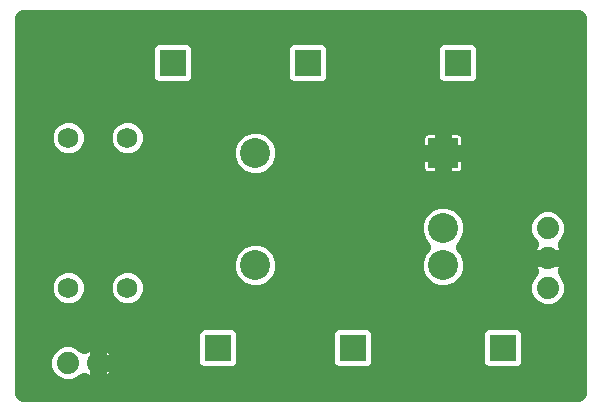
<source format=gbl>
G75*
G70*
%OFA0B0*%
%FSLAX24Y24*%
%IPPOS*%
%LPD*%
%AMOC8*
5,1,8,0,0,1.08239X$1,22.5*
%
%ADD10C,0.1000*%
%ADD11R,0.1000X0.1000*%
%ADD12C,0.0740*%
%ADD13R,0.0886X0.0886*%
%ADD14C,0.0886*%
%ADD15C,0.0691*%
%ADD16C,0.0396*%
%ADD17C,0.0560*%
%ADD18C,0.0500*%
D10*
X010850Y006000D03*
X010850Y009750D03*
X017100Y007250D03*
X017100Y006000D03*
D11*
X017100Y009750D03*
D12*
X020600Y007250D03*
X020600Y006250D03*
X020600Y005250D03*
X005600Y002750D03*
X004600Y002750D03*
D13*
X009600Y003250D03*
X014100Y003250D03*
X019100Y003250D03*
X017600Y012750D03*
X012600Y012750D03*
X008100Y012750D03*
D14*
X009659Y012750D03*
X014159Y012750D03*
X019159Y012750D03*
X017541Y003250D03*
X012541Y003250D03*
X008041Y003250D03*
D15*
X006584Y005250D03*
X004616Y005250D03*
X004616Y010250D03*
X006584Y010250D03*
D16*
X009100Y007700D03*
D17*
X003100Y001750D02*
X021600Y001750D01*
X021600Y014250D01*
X003100Y014250D01*
X003100Y001750D01*
X003100Y002303D02*
X003908Y002303D01*
X003913Y002291D02*
X004141Y002064D01*
X004439Y001940D01*
X004761Y001940D01*
X005059Y002064D01*
X005147Y002152D01*
X005182Y002125D01*
X005268Y002076D01*
X005358Y002039D01*
X005453Y002013D01*
X005551Y002000D01*
X005600Y002000D01*
X005600Y002750D01*
X005600Y002000D01*
X005649Y002000D01*
X005747Y002013D01*
X005842Y002039D01*
X005932Y002076D01*
X006018Y002125D01*
X006096Y002185D01*
X006165Y002255D01*
X006225Y002333D01*
X006274Y002418D01*
X006312Y002509D01*
X006337Y002604D01*
X006350Y002701D01*
X006350Y002750D01*
X005600Y002750D01*
X005600Y002750D01*
X005600Y002750D01*
X006350Y002750D01*
X006350Y002799D01*
X006337Y002897D01*
X006312Y002992D01*
X006274Y003083D01*
X006225Y003168D01*
X006165Y003246D01*
X006096Y003315D01*
X006018Y003375D01*
X005932Y003424D01*
X005842Y003462D01*
X005747Y003487D01*
X005649Y003500D01*
X005600Y003500D01*
X005551Y003500D01*
X005453Y003487D01*
X005358Y003462D01*
X005268Y003424D01*
X005182Y003375D01*
X005147Y003348D01*
X005059Y003437D01*
X004761Y003560D01*
X004439Y003560D01*
X004141Y003437D01*
X003913Y003209D01*
X003790Y002911D01*
X003790Y002589D01*
X003913Y002291D01*
X003790Y002862D02*
X003100Y002862D01*
X003100Y003420D02*
X004124Y003420D01*
X005076Y003420D02*
X005260Y003420D01*
X005600Y003420D02*
X005600Y003420D01*
X005600Y003500D02*
X005600Y002750D01*
X005600Y002750D01*
X005600Y003500D01*
X005940Y003420D02*
X008717Y003420D01*
X008717Y003781D02*
X008784Y003942D01*
X008908Y004066D01*
X009070Y004133D01*
X010130Y004133D01*
X010292Y004066D01*
X010416Y003942D01*
X010483Y003781D01*
X010483Y002720D01*
X010416Y002558D01*
X010292Y002434D01*
X010130Y002367D01*
X009070Y002367D01*
X008908Y002434D01*
X008784Y002558D01*
X008717Y002720D01*
X008717Y003781D01*
X008820Y003979D02*
X003100Y003979D01*
X003100Y004537D02*
X004285Y004537D01*
X004171Y004584D02*
X004460Y004465D01*
X004772Y004465D01*
X005061Y004584D01*
X005282Y004805D01*
X005401Y005094D01*
X005401Y005406D01*
X005282Y005695D01*
X005061Y005916D01*
X004772Y006036D01*
X004460Y006036D01*
X004171Y005916D01*
X003950Y005695D01*
X003830Y005406D01*
X003830Y005094D01*
X003950Y004805D01*
X004171Y004584D01*
X003830Y005096D02*
X003100Y005096D01*
X003100Y005654D02*
X003933Y005654D01*
X003100Y006213D02*
X009921Y006213D01*
X009910Y006187D02*
X009910Y005813D01*
X010053Y005468D01*
X010318Y005203D01*
X010663Y005060D01*
X011037Y005060D01*
X011382Y005203D01*
X011647Y005468D01*
X011790Y005813D01*
X011790Y006187D01*
X011647Y006533D01*
X011382Y006797D01*
X011037Y006940D01*
X010663Y006940D01*
X010318Y006797D01*
X010053Y006533D01*
X009910Y006187D01*
X009976Y005654D02*
X007267Y005654D01*
X007250Y005695D02*
X007029Y005916D01*
X006740Y006036D01*
X006428Y006036D01*
X006139Y005916D01*
X005918Y005695D01*
X005799Y005406D01*
X005799Y005094D01*
X005918Y004805D01*
X006139Y004584D01*
X006428Y004465D01*
X006740Y004465D01*
X007029Y004584D01*
X007250Y004805D01*
X007370Y005094D01*
X007370Y005406D01*
X007250Y005695D01*
X007370Y005096D02*
X010577Y005096D01*
X011123Y005096D02*
X016827Y005096D01*
X016913Y005060D02*
X017287Y005060D01*
X017632Y005203D01*
X017897Y005468D01*
X018040Y005813D01*
X018040Y006187D01*
X017897Y006533D01*
X017804Y006625D01*
X017897Y006718D01*
X018040Y007063D01*
X018040Y007437D01*
X017897Y007783D01*
X017632Y008047D01*
X017287Y008190D01*
X016913Y008190D01*
X016568Y008047D01*
X016303Y007783D01*
X016160Y007437D01*
X016160Y007063D01*
X016303Y006718D01*
X016396Y006625D01*
X016303Y006533D01*
X016160Y006187D01*
X016160Y005813D01*
X016303Y005468D01*
X016568Y005203D01*
X016913Y005060D01*
X017373Y005096D02*
X019790Y005096D01*
X019790Y005089D02*
X019913Y004791D01*
X020141Y004564D01*
X020439Y004440D01*
X020761Y004440D01*
X021059Y004564D01*
X021287Y004791D01*
X021410Y005089D01*
X021410Y005411D01*
X021287Y005709D01*
X021198Y005798D01*
X021225Y005833D01*
X021274Y005918D01*
X021312Y006009D01*
X021337Y006104D01*
X021350Y006201D01*
X021350Y006250D01*
X020600Y006250D01*
X019850Y006250D01*
X019850Y006201D01*
X019863Y006104D01*
X019888Y006009D01*
X019926Y005918D01*
X019975Y005833D01*
X020002Y005798D01*
X019913Y005709D01*
X019790Y005411D01*
X019790Y005089D01*
X020205Y004537D02*
X006915Y004537D01*
X006253Y004537D02*
X004947Y004537D01*
X005401Y005096D02*
X005799Y005096D01*
X005901Y005654D02*
X005299Y005654D01*
X003100Y006771D02*
X010292Y006771D01*
X011408Y006771D02*
X016281Y006771D01*
X016160Y007330D02*
X003100Y007330D01*
X003100Y007888D02*
X016409Y007888D01*
X016563Y008870D02*
X017100Y008870D01*
X017100Y009750D01*
X017100Y008870D01*
X017637Y008870D01*
X017711Y008885D01*
X017780Y008913D01*
X017842Y008955D01*
X017895Y009008D01*
X017937Y009070D01*
X017965Y009139D01*
X017980Y009213D01*
X017980Y009750D01*
X017100Y009750D01*
X017100Y009750D01*
X016220Y009750D01*
X016220Y009213D01*
X016235Y009139D01*
X016263Y009070D01*
X016305Y009008D01*
X016358Y008955D01*
X016420Y008913D01*
X016489Y008885D01*
X016563Y008870D01*
X016308Y009005D02*
X011434Y009005D01*
X011382Y008953D02*
X011647Y009218D01*
X011790Y009563D01*
X011790Y009937D01*
X011647Y010283D01*
X011382Y010547D01*
X011037Y010690D01*
X010663Y010690D01*
X010318Y010547D01*
X010053Y010283D01*
X009910Y009937D01*
X009910Y009563D01*
X010053Y009218D01*
X010318Y008953D01*
X010663Y008810D01*
X011037Y008810D01*
X011382Y008953D01*
X011790Y009564D02*
X016220Y009564D01*
X016220Y009750D02*
X017100Y009750D01*
X017100Y009750D01*
X017100Y009750D01*
X017100Y010691D01*
X016218Y010691D01*
X014159Y012750D01*
X014100Y012750D01*
X013100Y011750D01*
X010659Y011750D01*
X009659Y012750D01*
X009600Y012750D01*
X007600Y010750D01*
X007600Y009750D01*
X009100Y008250D01*
X009100Y007700D01*
X008041Y006641D01*
X008041Y003250D01*
X008100Y003250D01*
X009100Y004250D01*
X011541Y004250D01*
X012541Y003250D01*
X013541Y004250D01*
X016600Y004250D01*
X017541Y003309D01*
X017541Y003250D01*
X018217Y003420D02*
X014983Y003420D01*
X014983Y003781D02*
X014916Y003942D01*
X014792Y004066D01*
X014630Y004133D01*
X013570Y004133D01*
X013408Y004066D01*
X013284Y003942D01*
X013217Y003781D01*
X013217Y002720D01*
X013284Y002558D01*
X013408Y002434D01*
X013570Y002367D01*
X014630Y002367D01*
X014792Y002434D01*
X014916Y002558D01*
X014983Y002720D01*
X014983Y003781D01*
X014880Y003979D02*
X018320Y003979D01*
X018284Y003942D02*
X018217Y003781D01*
X018217Y002720D01*
X018284Y002558D01*
X018408Y002434D01*
X018570Y002367D01*
X019630Y002367D01*
X019792Y002434D01*
X019916Y002558D01*
X019983Y002720D01*
X019983Y003781D01*
X019916Y003942D01*
X019792Y004066D01*
X019630Y004133D01*
X018570Y004133D01*
X018408Y004066D01*
X018284Y003942D01*
X019880Y003979D02*
X021600Y003979D01*
X021600Y003420D02*
X019983Y003420D01*
X019983Y002862D02*
X021600Y002862D01*
X021600Y002303D02*
X006202Y002303D01*
X006342Y002862D02*
X008717Y002862D01*
X010483Y002862D02*
X013217Y002862D01*
X013217Y003420D02*
X010483Y003420D01*
X010380Y003979D02*
X013320Y003979D01*
X014983Y002862D02*
X018217Y002862D01*
X020995Y004537D02*
X021600Y004537D01*
X021600Y005096D02*
X021410Y005096D01*
X021309Y005654D02*
X021600Y005654D01*
X021600Y006213D02*
X021350Y006213D01*
X021350Y006250D02*
X021350Y006299D01*
X021337Y006397D01*
X021312Y006492D01*
X021274Y006583D01*
X021225Y006668D01*
X021198Y006703D01*
X021287Y006791D01*
X021410Y007089D01*
X021410Y007411D01*
X021287Y007709D01*
X021059Y007937D01*
X020761Y008060D01*
X020439Y008060D01*
X020141Y007937D01*
X019913Y007709D01*
X019790Y007411D01*
X019790Y007089D01*
X019913Y006791D01*
X020002Y006703D01*
X019975Y006668D01*
X019926Y006583D01*
X019888Y006492D01*
X019863Y006397D01*
X019850Y006299D01*
X019850Y006250D01*
X020600Y006250D01*
X020600Y006250D01*
X020600Y006250D01*
X021350Y006250D01*
X021267Y006771D02*
X021600Y006771D01*
X021600Y007330D02*
X021410Y007330D01*
X021600Y007888D02*
X021108Y007888D01*
X021600Y008447D02*
X003100Y008447D01*
X003100Y009005D02*
X010266Y009005D01*
X009910Y009564D02*
X006979Y009564D01*
X007029Y009584D02*
X007250Y009805D01*
X007370Y010094D01*
X007370Y010406D01*
X007250Y010695D01*
X007029Y010916D01*
X006740Y011036D01*
X006428Y011036D01*
X006139Y010916D01*
X005918Y010695D01*
X005799Y010406D01*
X005799Y010094D01*
X005918Y009805D01*
X006139Y009584D01*
X006428Y009465D01*
X006740Y009465D01*
X007029Y009584D01*
X006189Y009564D02*
X005011Y009564D01*
X005061Y009584D02*
X005282Y009805D01*
X005401Y010094D01*
X005401Y010406D01*
X005282Y010695D01*
X005061Y010916D01*
X004772Y011036D01*
X004460Y011036D01*
X004171Y010916D01*
X003950Y010695D01*
X003830Y010406D01*
X003830Y010094D01*
X003950Y009805D01*
X004171Y009584D01*
X004460Y009465D01*
X004772Y009465D01*
X005061Y009584D01*
X004221Y009564D02*
X003100Y009564D01*
X003100Y010122D02*
X003830Y010122D01*
X003944Y010681D02*
X003100Y010681D01*
X003100Y011239D02*
X021600Y011239D01*
X021600Y011798D02*
X003100Y011798D01*
X003100Y012356D02*
X007217Y012356D01*
X007217Y012220D02*
X007284Y012058D01*
X007408Y011934D01*
X007570Y011867D01*
X008630Y011867D01*
X008792Y011934D01*
X008916Y012058D01*
X008983Y012220D01*
X008983Y013281D01*
X008916Y013442D01*
X008792Y013566D01*
X008630Y013633D01*
X007570Y013633D01*
X007408Y013566D01*
X007284Y013442D01*
X007217Y013281D01*
X007217Y012220D01*
X007217Y012915D02*
X003100Y012915D01*
X003100Y013473D02*
X007315Y013473D01*
X008885Y013473D02*
X011815Y013473D01*
X011784Y013442D02*
X011908Y013566D01*
X012070Y013633D01*
X013130Y013633D01*
X013292Y013566D01*
X013416Y013442D01*
X013483Y013281D01*
X013483Y012220D01*
X013416Y012058D01*
X013292Y011934D01*
X013130Y011867D01*
X012070Y011867D01*
X011908Y011934D01*
X011784Y012058D01*
X011717Y012220D01*
X011717Y013281D01*
X011784Y013442D01*
X011717Y012915D02*
X008983Y012915D01*
X008983Y012356D02*
X011717Y012356D01*
X013483Y012356D02*
X016717Y012356D01*
X016717Y012220D02*
X016784Y012058D01*
X016908Y011934D01*
X017070Y011867D01*
X018130Y011867D01*
X018292Y011934D01*
X018416Y012058D01*
X018483Y012220D01*
X018483Y013281D01*
X018416Y013442D01*
X018292Y013566D01*
X018130Y013633D01*
X017070Y013633D01*
X016908Y013566D01*
X016784Y013442D01*
X016717Y013281D01*
X016717Y012220D01*
X016717Y012915D02*
X013483Y012915D01*
X013385Y013473D02*
X016815Y013473D01*
X018385Y013473D02*
X021600Y013473D01*
X021600Y014032D02*
X003100Y014032D01*
X005288Y010681D02*
X005912Y010681D01*
X005799Y010122D02*
X005401Y010122D01*
X007256Y010681D02*
X010640Y010681D01*
X011060Y010681D02*
X021600Y010681D01*
X021600Y010122D02*
X017980Y010122D01*
X017980Y010288D02*
X017965Y010361D01*
X017937Y010430D01*
X017895Y010492D01*
X017842Y010545D01*
X017780Y010587D01*
X017711Y010616D01*
X017637Y010630D01*
X017100Y010630D01*
X016563Y010630D01*
X016489Y010616D01*
X016420Y010587D01*
X016358Y010545D01*
X016305Y010492D01*
X016263Y010430D01*
X016235Y010361D01*
X016220Y010288D01*
X016220Y009750D01*
X016220Y010122D02*
X011713Y010122D01*
X009987Y010122D02*
X007370Y010122D01*
X011779Y006213D02*
X016171Y006213D01*
X016226Y005654D02*
X011724Y005654D01*
X017100Y009005D02*
X017100Y009005D01*
X017100Y009564D02*
X017100Y009564D01*
X017100Y009750D02*
X017980Y009750D01*
X017980Y010288D01*
X017100Y010122D02*
X017100Y010122D01*
X017100Y009750D02*
X017100Y010630D01*
X017100Y009750D01*
X017100Y009750D01*
X017980Y009564D02*
X021600Y009564D01*
X021600Y009005D02*
X017892Y009005D01*
X017791Y007888D02*
X020092Y007888D01*
X019790Y007330D02*
X018040Y007330D01*
X017919Y006771D02*
X019933Y006771D01*
X019850Y006213D02*
X018029Y006213D01*
X017974Y005654D02*
X019891Y005654D01*
X017100Y010691D02*
X019159Y012750D01*
X018483Y012915D02*
X021600Y012915D01*
X021600Y012356D02*
X018483Y012356D01*
X005600Y002862D02*
X005600Y002862D01*
X005600Y002303D02*
X005600Y002303D01*
D18*
X005600Y002750D02*
X007600Y002750D01*
X008041Y003191D01*
X008041Y003250D01*
M02*

</source>
